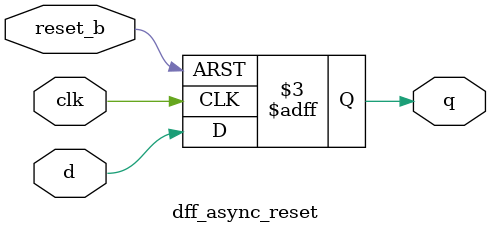
<source format=v>
module dff_async_reset
    (input  wire d,       
    input  wire clk,     
    input  wire reset_b, 
    output reg  q);      
    always@(posedge clk or negedge reset_b)
        if (~reset_b) q <= 1'b0;
        else          q <= d;
endmodule
</source>
